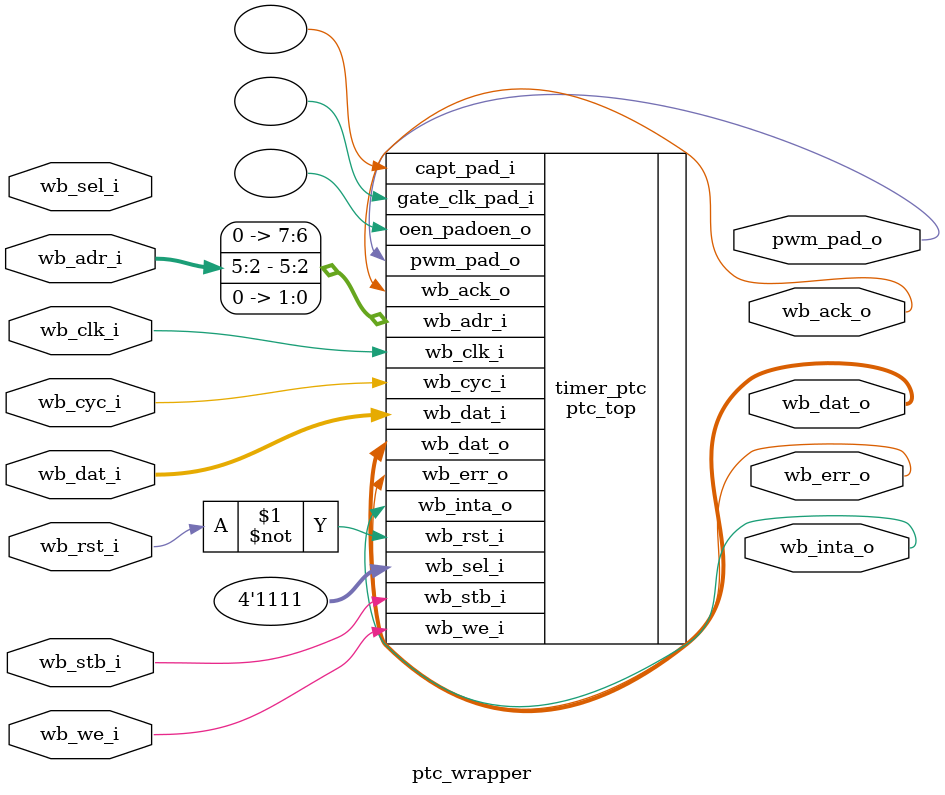
<source format=v>
`timescale 1ns / 1ps


module ptc_wrapper(
	// WISHBONE Interface
	wb_clk_i, wb_rst_i, wb_cyc_i, wb_adr_i, wb_dat_i, wb_sel_i, wb_we_i, wb_stb_i,
	wb_dat_o, wb_ack_o, wb_err_o, wb_inta_o, pwm_pad_o

	// External PTC Interface
	//gate_clk_pad_i, capt_pad_i, pwm_pad_o, oen_padoen_o
);

parameter dw = 32;
parameter aw = 15+1;
parameter cw = 32;


//
// WISHBONE Interface
//
input wire		wb_clk_i;	// Clock
input wire		wb_rst_i;	// Reset
input wire		wb_cyc_i;	// cycle valid input
input wire	[32-1:0]	wb_adr_i;	// address bus inputs
input wire	[dw-1:0]	wb_dat_i;	// input data bus
input wire	[3:0]		wb_sel_i;	// byte select inputs
input wire			wb_we_i;	// indicates write transfer
input wire		wb_stb_i;	// strobe input
output		[dw-1:0]	wb_dat_o;	// output data bus
output wire		wb_ack_o;	// normal termination
output wire		wb_err_o;	// termination w/ error
output wire		wb_inta_o;	// Interrupt request output

//
// External PTC Interface
//
//input wire	gate_clk_pad_i;	// EClk/Gate input
//input wire	capt_pad_i;	// Capture input
output wire		pwm_pad_o;	// PWM output
//output wire	oen_padoen_o;	// PWM output driver enable
    
    ptc_top timer_ptc(
        .wb_clk_i     (wb_clk_i), 
        .wb_rst_i     (~wb_rst_i), 
        .wb_cyc_i     (wb_cyc_i), 
        .wb_adr_i     ({2'b0,wb_adr_i[5:2],2'b0}), 
        .wb_dat_i     (wb_dat_i), 
        .wb_sel_i     (4'b1111),
        .wb_we_i      (wb_we_i), 
        .wb_stb_i     (wb_stb_i), 
        .wb_dat_o     (wb_dat_o),
        .wb_ack_o     (wb_ack_o), 
        .wb_err_o     (wb_err_o),
        .wb_inta_o    (wb_inta_o),
        // External PTC Interface
        .gate_clk_pad_i (),
        .capt_pad_i (),
        .pwm_pad_o (pwm_pad_o),
        .oen_padoen_o ()
   );
endmodule

</source>
